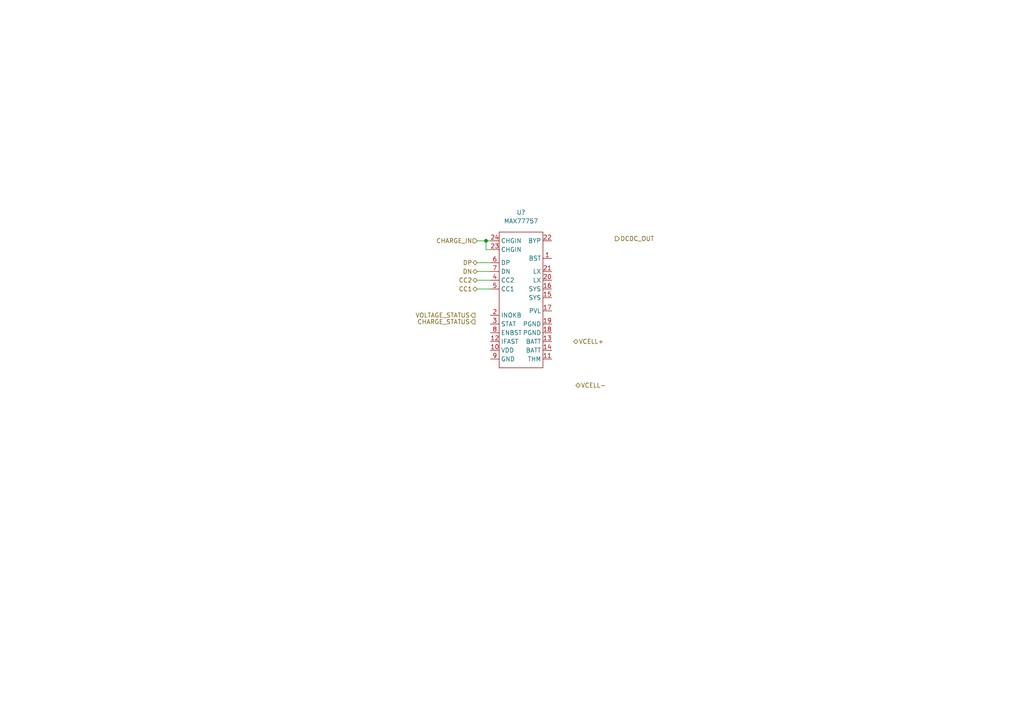
<source format=kicad_sch>
(kicad_sch (version 20211123) (generator eeschema)
  (paper "A4")
  (lib_symbols
    (symbol "314_power_management_ic:MAX77757"
      (property "Reference" "U?" (at -5.08 20.32 0))
      (property "Value" "MAX77757" (at 0 1.27 90))
      (symbol "MAX77757_0_1"
        (rectangle (start -6.35 19.05) (end 6.35 -20.32))
      )
      (symbol "MAX77757_1_1"
        (pin power_out line (at 8.89 11.43 180) (length 2.54) (name "BST") (number "1"))
        (pin power_out line (at -8.89 -15.24 0) (length 2.54) (name "VDD") (number "10"))
        (pin input line (at 8.89 -17.78 180) (length 2.54) (name "THM") (number "11"))
        (pin passive line (at -8.89 -12.7 0) (length 2.54) (name "IFAST") (number "12"))
        (pin power_out line (at 8.89 -12.7 180) (length 2.54) (name "BATT") (number "13"))
        (pin power_out line (at 8.89 -15.24 180) (length 2.54) (name "BATT") (number "14"))
        (pin power_in line (at 8.89 0 180) (length 2.54) (name "SYS") (number "15"))
        (pin power_in line (at 8.89 2.54 180) (length 2.54) (name "SYS") (number "16"))
        (pin power_out line (at 8.89 -3.81 180) (length 2.54) (name "PVL") (number "17"))
        (pin power_out line (at 8.89 -10.16 180) (length 2.54) (name "PGND") (number "18"))
        (pin power_out line (at 8.89 -7.62 180) (length 2.54) (name "PGND") (number "19"))
        (pin open_collector line (at -8.89 -5.08 0) (length 2.54) (name "INOKB") (number "2"))
        (pin bidirectional line (at 8.89 5.08 180) (length 2.54) (name "LX") (number "20"))
        (pin bidirectional line (at 8.89 7.62 180) (length 2.54) (name "LX") (number "21"))
        (pin bidirectional line (at 8.89 16.51 180) (length 2.54) (name "BYP") (number "22"))
        (pin power_in line (at -8.89 13.97 0) (length 2.54) (name "CHGIN") (number "23"))
        (pin power_in line (at -8.89 16.51 0) (length 2.54) (name "CHGIN") (number "24"))
        (pin open_collector line (at -8.89 -7.62 0) (length 2.54) (name "STAT") (number "3"))
        (pin bidirectional line (at -8.89 5.08 0) (length 2.54) (name "CC2") (number "4"))
        (pin bidirectional line (at -8.89 2.54 0) (length 2.54) (name "CC1") (number "5"))
        (pin bidirectional line (at -8.89 10.16 0) (length 2.54) (name "DP") (number "6"))
        (pin bidirectional line (at -8.89 7.62 0) (length 2.54) (name "DN") (number "7"))
        (pin input line (at -8.89 -10.16 0) (length 2.54) (name "ENBST") (number "8"))
        (pin power_out line (at -8.89 -17.78 0) (length 2.54) (name "GND") (number "9"))
      )
    )
  )
  (junction (at 140.97 69.85))
  (wire (pts (xy 140.97 69.85) (xy 142.24 69.85)))
  (wire (pts (xy 140.97 69.85) (xy 140.97 72.39)))
  (wire (pts (xy 138.43 69.85) (xy 140.97 69.85)))
  (wire (pts (xy 138.43 76.2) (xy 142.24 76.2)))
  (wire (pts (xy 138.43 83.82) (xy 142.24 83.82)))
  (wire (pts (xy 138.43 81.28) (xy 142.24 81.28)))
  (wire (pts (xy 138.43 78.74) (xy 142.24 78.74)))
  (wire (pts (xy 140.97 72.39) (xy 142.24 72.39)))
  (hierarchical_label "DN" (shape bidirectional) (at 138.43 78.74 180))
  (hierarchical_label "DP" (shape bidirectional) (at 138.43 76.2 180))
  (hierarchical_label "CHARGE_IN" (shape input) (at 138.43 69.85 180))
  (hierarchical_label "VCELL-" (shape bidirectional) (at 167.005 111.76 0))
  (hierarchical_label "DCDC_OUT" (shape output) (at 178.435 69.215 0))
  (hierarchical_label "VCELL+" (shape bidirectional) (at 166.37 99.06 0))
  (hierarchical_label "CC2" (shape bidirectional) (at 138.43 81.28 180))
  (hierarchical_label "VOLTAGE_STATUS" (shape output) (at 137.795 91.44 180))
  (hierarchical_label "CC1" (shape bidirectional) (at 138.43 83.82 180))
  (hierarchical_label "CHARGE_STATUS" (shape output) (at 137.795 93.345 180))
  (symbol (lib_id "314_power_management_ic:MAX77757") (at 151.13 86.36 0) (unit 1)
    (property "Reference" "U?" (at 151.13 61.595 0))
    (property "Value" "MAX77757" (at 151.13 64.135 0))
    (property "Footprint" "314_PMIC:FC2QFN-24_3x3mm_P0.4mm" (effects hide))
  )
)
</source>
